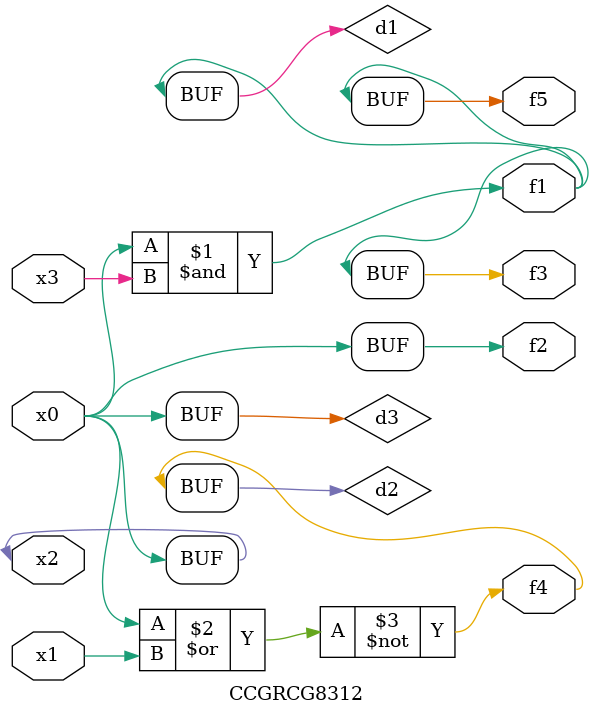
<source format=v>
module CCGRCG8312(
	input x0, x1, x2, x3,
	output f1, f2, f3, f4, f5
);

	wire d1, d2, d3;

	and (d1, x2, x3);
	nor (d2, x0, x1);
	buf (d3, x0, x2);
	assign f1 = d1;
	assign f2 = d3;
	assign f3 = d1;
	assign f4 = d2;
	assign f5 = d1;
endmodule

</source>
